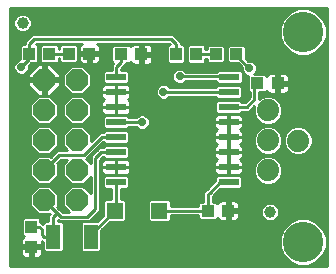
<source format=gtl>
G75*
%MOIN*%
%OFA0B0*%
%FSLAX25Y25*%
%IPPOS*%
%LPD*%
%AMOC8*
5,1,8,0,0,1.08239X$1,22.5*
%
%ADD10OC8,0.07400*%
%ADD11R,0.06657X0.02252*%
%ADD12R,0.05512X0.05512*%
%ADD13R,0.04331X0.03937*%
%ADD14R,0.03937X0.04331*%
%ADD15R,0.04724X0.07874*%
%ADD16R,0.03937X0.03937*%
%ADD17C,0.07400*%
%ADD18C,0.03937*%
%ADD19C,0.01000*%
%ADD20C,0.00900*%
%ADD21C,0.02900*%
%ADD22C,0.13500*%
D10*
X0090178Y0133901D03*
X0101178Y0133901D03*
X0101178Y0143901D03*
X0090178Y0143901D03*
X0090178Y0153901D03*
X0101178Y0153901D03*
X0101178Y0163901D03*
X0090178Y0163901D03*
X0090178Y0173901D03*
X0101178Y0173901D03*
D11*
X0114157Y0174901D03*
X0114157Y0169901D03*
X0114157Y0164901D03*
X0114157Y0159901D03*
X0114157Y0154901D03*
X0114157Y0149901D03*
X0114157Y0144901D03*
X0114157Y0139901D03*
X0151720Y0139901D03*
X0151720Y0144901D03*
X0151720Y0149901D03*
X0151720Y0154901D03*
X0151720Y0159901D03*
X0151720Y0164901D03*
X0151720Y0169901D03*
X0151917Y0174901D03*
D12*
X0128659Y0130346D03*
X0113698Y0130346D03*
D13*
X0144869Y0130317D03*
X0151562Y0130317D03*
X0161314Y0172803D03*
X0168007Y0172803D03*
X0122625Y0182525D03*
X0115932Y0182525D03*
D14*
X0134222Y0182533D03*
X0140915Y0182533D03*
X0091945Y0182665D03*
X0085252Y0182665D03*
X0085916Y0124950D03*
X0085916Y0118257D03*
D15*
X0093219Y0121701D03*
X0105818Y0121701D03*
D16*
X0105271Y0182665D03*
X0098366Y0182665D03*
X0147416Y0182533D03*
X0154321Y0182533D03*
D17*
X0164808Y0163753D03*
X0164808Y0153753D03*
X0174888Y0153693D03*
X0164808Y0143753D03*
D18*
X0165528Y0129873D03*
X0083028Y0192873D03*
D19*
X0078678Y0197903D02*
X0078678Y0111903D01*
X0184528Y0111903D01*
X0184528Y0197903D01*
X0078678Y0197903D01*
X0078678Y0197742D02*
X0174940Y0197742D01*
X0174967Y0197753D02*
X0172082Y0196558D01*
X0169874Y0194350D01*
X0168678Y0191465D01*
X0168678Y0188342D01*
X0169874Y0185457D01*
X0172082Y0183248D01*
X0174967Y0182053D01*
X0178090Y0182053D01*
X0180975Y0183248D01*
X0183183Y0185457D01*
X0184378Y0188342D01*
X0184378Y0191465D01*
X0183183Y0194350D01*
X0180975Y0196558D01*
X0178090Y0197753D01*
X0174967Y0197753D01*
X0172530Y0196744D02*
X0078678Y0196744D01*
X0078678Y0195745D02*
X0081944Y0195745D01*
X0082418Y0195942D02*
X0081290Y0195475D01*
X0080427Y0194611D01*
X0079960Y0193484D01*
X0079960Y0192263D01*
X0080427Y0191135D01*
X0081290Y0190272D01*
X0082418Y0189805D01*
X0083639Y0189805D01*
X0084767Y0190272D01*
X0085630Y0191135D01*
X0086097Y0192263D01*
X0086097Y0193484D01*
X0085630Y0194611D01*
X0084767Y0195475D01*
X0083639Y0195942D01*
X0082418Y0195942D01*
X0084113Y0195745D02*
X0171269Y0195745D01*
X0170270Y0194747D02*
X0085495Y0194747D01*
X0085987Y0193748D02*
X0169624Y0193748D01*
X0169211Y0192750D02*
X0086097Y0192750D01*
X0085885Y0191751D02*
X0168797Y0191751D01*
X0168678Y0190753D02*
X0085247Y0190753D01*
X0086246Y0189123D02*
X0084610Y0187487D01*
X0083702Y0186579D01*
X0083702Y0185931D01*
X0082828Y0185931D01*
X0082184Y0185286D01*
X0082184Y0180743D01*
X0082041Y0180743D01*
X0081104Y0180355D01*
X0080387Y0179638D01*
X0079998Y0178701D01*
X0079998Y0177686D01*
X0080387Y0176749D01*
X0081104Y0176032D01*
X0082041Y0175643D01*
X0083056Y0175643D01*
X0083993Y0176032D01*
X0084710Y0176749D01*
X0085098Y0177686D01*
X0085098Y0178551D01*
X0085947Y0179400D01*
X0087676Y0179400D01*
X0088320Y0180044D01*
X0088320Y0185286D01*
X0087676Y0185931D01*
X0087438Y0185931D01*
X0087530Y0186023D01*
X0102709Y0186023D01*
X0102382Y0185834D01*
X0102102Y0185555D01*
X0101905Y0185213D01*
X0101803Y0184831D01*
X0101803Y0183150D01*
X0104787Y0183150D01*
X0104787Y0182181D01*
X0105755Y0182181D01*
X0105755Y0179197D01*
X0107437Y0179197D01*
X0107819Y0179299D01*
X0108161Y0179497D01*
X0108440Y0179776D01*
X0108638Y0180118D01*
X0108740Y0180499D01*
X0108740Y0182181D01*
X0105756Y0182181D01*
X0105756Y0183150D01*
X0108740Y0183150D01*
X0108740Y0184831D01*
X0108638Y0185213D01*
X0108440Y0185555D01*
X0108161Y0185834D01*
X0107833Y0186023D01*
X0131886Y0186023D01*
X0132111Y0185799D01*
X0131798Y0185799D01*
X0131154Y0185154D01*
X0131154Y0179912D01*
X0131798Y0179268D01*
X0136646Y0179268D01*
X0137291Y0179912D01*
X0137291Y0185154D01*
X0136646Y0185799D01*
X0135772Y0185799D01*
X0135772Y0186522D01*
X0134078Y0188215D01*
X0133170Y0189123D01*
X0086246Y0189123D01*
X0085879Y0188756D02*
X0078678Y0188756D01*
X0078678Y0189754D02*
X0168678Y0189754D01*
X0168678Y0188756D02*
X0133538Y0188756D01*
X0134537Y0187757D02*
X0168921Y0187757D01*
X0169334Y0186759D02*
X0135535Y0186759D01*
X0136685Y0185760D02*
X0138452Y0185760D01*
X0138491Y0185799D02*
X0137846Y0185154D01*
X0137846Y0179912D01*
X0138491Y0179268D01*
X0143339Y0179268D01*
X0143983Y0179912D01*
X0143983Y0180983D01*
X0144347Y0180983D01*
X0144347Y0180109D01*
X0144992Y0179465D01*
X0149840Y0179465D01*
X0150484Y0180109D01*
X0150484Y0184957D01*
X0149840Y0185602D01*
X0144992Y0185602D01*
X0144347Y0184957D01*
X0144347Y0184083D01*
X0143983Y0184083D01*
X0143983Y0185154D01*
X0143339Y0185799D01*
X0138491Y0185799D01*
X0137846Y0184762D02*
X0137291Y0184762D01*
X0137291Y0183763D02*
X0137846Y0183763D01*
X0137846Y0182765D02*
X0137291Y0182765D01*
X0137291Y0181766D02*
X0137846Y0181766D01*
X0137846Y0180768D02*
X0137291Y0180768D01*
X0137147Y0179769D02*
X0137990Y0179769D01*
X0136843Y0177263D02*
X0135906Y0177651D01*
X0134891Y0177651D01*
X0133954Y0177263D01*
X0133237Y0176546D01*
X0132848Y0175609D01*
X0132848Y0174594D01*
X0133237Y0173657D01*
X0133954Y0172940D01*
X0134891Y0172551D01*
X0135906Y0172551D01*
X0136843Y0172940D01*
X0137455Y0173551D01*
X0147488Y0173551D01*
X0147488Y0173320D01*
X0148132Y0172675D01*
X0155701Y0172675D01*
X0156346Y0173320D01*
X0156346Y0176476D01*
X0156407Y0176329D01*
X0157124Y0175612D01*
X0158049Y0175228D01*
X0158049Y0175227D01*
X0158049Y0170379D01*
X0158693Y0169735D01*
X0158708Y0169735D01*
X0158708Y0168065D01*
X0157094Y0166451D01*
X0156149Y0166451D01*
X0156149Y0166483D01*
X0155504Y0167127D01*
X0147936Y0167127D01*
X0147291Y0166483D01*
X0147291Y0163320D01*
X0147936Y0162675D01*
X0155504Y0162675D01*
X0156149Y0163320D01*
X0156149Y0163351D01*
X0158378Y0163351D01*
X0160202Y0165175D01*
X0160008Y0164708D01*
X0160008Y0162799D01*
X0160739Y0161034D01*
X0162089Y0159684D01*
X0163854Y0158953D01*
X0165763Y0158953D01*
X0167527Y0159684D01*
X0168878Y0161034D01*
X0169608Y0162799D01*
X0169608Y0164708D01*
X0168878Y0166472D01*
X0167527Y0167823D01*
X0165763Y0168553D01*
X0163854Y0168553D01*
X0162089Y0167823D01*
X0161808Y0167542D01*
X0161808Y0169735D01*
X0163935Y0169735D01*
X0164448Y0170248D01*
X0164641Y0169914D01*
X0164921Y0169635D01*
X0165263Y0169437D01*
X0165644Y0169335D01*
X0167523Y0169335D01*
X0167523Y0172319D01*
X0168491Y0172319D01*
X0168491Y0169335D01*
X0170370Y0169335D01*
X0170751Y0169437D01*
X0171093Y0169635D01*
X0171373Y0169914D01*
X0171570Y0170256D01*
X0171672Y0170637D01*
X0171672Y0172319D01*
X0168491Y0172319D01*
X0168491Y0173288D01*
X0167523Y0173288D01*
X0167523Y0176272D01*
X0165644Y0176272D01*
X0165263Y0176170D01*
X0164921Y0175972D01*
X0164641Y0175693D01*
X0164448Y0175359D01*
X0163935Y0175872D01*
X0160273Y0175872D01*
X0160730Y0176329D01*
X0161118Y0177266D01*
X0161118Y0178281D01*
X0160730Y0179218D01*
X0160013Y0179935D01*
X0159076Y0180323D01*
X0158210Y0180323D01*
X0157390Y0181144D01*
X0157390Y0184957D01*
X0156745Y0185602D01*
X0151897Y0185602D01*
X0151253Y0184957D01*
X0151253Y0180109D01*
X0151897Y0179465D01*
X0154685Y0179465D01*
X0156018Y0178131D01*
X0156018Y0177266D01*
X0156341Y0176487D01*
X0155701Y0177127D01*
X0148132Y0177127D01*
X0147656Y0176651D01*
X0137455Y0176651D01*
X0136843Y0177263D01*
X0137332Y0176774D02*
X0147779Y0176774D01*
X0150144Y0179769D02*
X0151593Y0179769D01*
X0151253Y0180768D02*
X0150484Y0180768D01*
X0150484Y0181766D02*
X0151253Y0181766D01*
X0151253Y0182765D02*
X0150484Y0182765D01*
X0150484Y0183763D02*
X0151253Y0183763D01*
X0151253Y0184762D02*
X0150484Y0184762D01*
X0144347Y0184762D02*
X0143983Y0184762D01*
X0143378Y0185760D02*
X0169748Y0185760D01*
X0170569Y0184762D02*
X0157390Y0184762D01*
X0157390Y0183763D02*
X0171567Y0183763D01*
X0173250Y0182765D02*
X0157390Y0182765D01*
X0157390Y0181766D02*
X0184528Y0181766D01*
X0184528Y0180768D02*
X0157766Y0180768D01*
X0160179Y0179769D02*
X0184528Y0179769D01*
X0184528Y0178771D02*
X0160915Y0178771D01*
X0161118Y0177772D02*
X0184528Y0177772D01*
X0184528Y0176774D02*
X0160914Y0176774D01*
X0164032Y0175775D02*
X0164724Y0175775D01*
X0167523Y0175775D02*
X0168491Y0175775D01*
X0168491Y0176272D02*
X0168491Y0173288D01*
X0171672Y0173288D01*
X0171672Y0174969D01*
X0171570Y0175351D01*
X0171373Y0175693D01*
X0171093Y0175972D01*
X0170751Y0176170D01*
X0170370Y0176272D01*
X0168491Y0176272D01*
X0168491Y0174777D02*
X0167523Y0174777D01*
X0167523Y0173778D02*
X0168491Y0173778D01*
X0168491Y0172780D02*
X0184528Y0172780D01*
X0184528Y0173778D02*
X0171672Y0173778D01*
X0171672Y0174777D02*
X0184528Y0174777D01*
X0184528Y0175775D02*
X0171290Y0175775D01*
X0171672Y0171781D02*
X0184528Y0171781D01*
X0184528Y0170783D02*
X0171672Y0170783D01*
X0171243Y0169784D02*
X0184528Y0169784D01*
X0184528Y0168785D02*
X0161808Y0168785D01*
X0161808Y0167787D02*
X0162054Y0167787D01*
X0163984Y0169784D02*
X0164771Y0169784D01*
X0167523Y0169784D02*
X0168491Y0169784D01*
X0168491Y0170783D02*
X0167523Y0170783D01*
X0167523Y0171781D02*
X0168491Y0171781D01*
X0167563Y0167787D02*
X0184528Y0167787D01*
X0184528Y0166788D02*
X0168562Y0166788D01*
X0169160Y0165790D02*
X0184528Y0165790D01*
X0184528Y0164791D02*
X0169574Y0164791D01*
X0169608Y0163793D02*
X0184528Y0163793D01*
X0184528Y0162794D02*
X0169607Y0162794D01*
X0169193Y0161796D02*
X0184528Y0161796D01*
X0184528Y0160797D02*
X0168641Y0160797D01*
X0167642Y0159799D02*
X0184528Y0159799D01*
X0184528Y0158800D02*
X0156549Y0158800D01*
X0156549Y0158578D02*
X0156549Y0159838D01*
X0151783Y0159838D01*
X0151783Y0157275D01*
X0151783Y0154964D01*
X0156549Y0154964D01*
X0156549Y0156225D01*
X0156446Y0156606D01*
X0156249Y0156948D01*
X0155970Y0157228D01*
X0155669Y0157401D01*
X0155970Y0157575D01*
X0156249Y0157854D01*
X0156446Y0158196D01*
X0156549Y0158578D01*
X0156197Y0157802D02*
X0162069Y0157802D01*
X0162089Y0157823D02*
X0160739Y0156472D01*
X0160008Y0154708D01*
X0160008Y0152799D01*
X0160739Y0151034D01*
X0162089Y0149684D01*
X0163854Y0148953D01*
X0165763Y0148953D01*
X0167527Y0149684D01*
X0168878Y0151034D01*
X0169608Y0152799D01*
X0169608Y0154708D01*
X0168878Y0156472D01*
X0167527Y0157823D01*
X0165763Y0158553D01*
X0163854Y0158553D01*
X0162089Y0157823D01*
X0161070Y0156803D02*
X0156333Y0156803D01*
X0156549Y0155805D02*
X0160463Y0155805D01*
X0160049Y0154806D02*
X0156549Y0154806D01*
X0156549Y0154838D02*
X0151783Y0154838D01*
X0151783Y0152275D01*
X0151783Y0149964D01*
X0156549Y0149964D01*
X0156549Y0151225D01*
X0156446Y0151606D01*
X0156249Y0151948D01*
X0155970Y0152228D01*
X0155669Y0152401D01*
X0155970Y0152575D01*
X0156249Y0152854D01*
X0156446Y0153196D01*
X0156549Y0153578D01*
X0156549Y0154838D01*
X0156549Y0153808D02*
X0160008Y0153808D01*
X0160008Y0152809D02*
X0156204Y0152809D01*
X0156328Y0151811D02*
X0160418Y0151811D01*
X0160961Y0150812D02*
X0156549Y0150812D01*
X0156549Y0149838D02*
X0151783Y0149838D01*
X0151783Y0147275D01*
X0151783Y0144964D01*
X0156549Y0144964D01*
X0156549Y0146225D01*
X0156446Y0146606D01*
X0156249Y0146948D01*
X0155970Y0147228D01*
X0155669Y0147401D01*
X0155970Y0147575D01*
X0156249Y0147854D01*
X0156446Y0148196D01*
X0156549Y0148578D01*
X0156549Y0149838D01*
X0156549Y0149814D02*
X0161960Y0149814D01*
X0162089Y0147823D02*
X0160739Y0146472D01*
X0160008Y0144708D01*
X0160008Y0142799D01*
X0160739Y0141034D01*
X0162089Y0139684D01*
X0163854Y0138953D01*
X0165763Y0138953D01*
X0167527Y0139684D01*
X0168878Y0141034D01*
X0169608Y0142799D01*
X0169608Y0144708D01*
X0168878Y0146472D01*
X0167527Y0147823D01*
X0165763Y0148553D01*
X0163854Y0148553D01*
X0162089Y0147823D01*
X0162084Y0147817D02*
X0156211Y0147817D01*
X0156324Y0146818D02*
X0161085Y0146818D01*
X0160469Y0145820D02*
X0156549Y0145820D01*
X0156549Y0144838D02*
X0151783Y0144838D01*
X0151783Y0142275D01*
X0155246Y0142275D01*
X0155628Y0142378D01*
X0155970Y0142575D01*
X0156249Y0142854D01*
X0156446Y0143196D01*
X0156549Y0143578D01*
X0156549Y0144838D01*
X0156549Y0144821D02*
X0160055Y0144821D01*
X0160008Y0143823D02*
X0156549Y0143823D01*
X0156219Y0142824D02*
X0160008Y0142824D01*
X0160411Y0141826D02*
X0155806Y0141826D01*
X0155504Y0142127D02*
X0147936Y0142127D01*
X0147291Y0141483D01*
X0147291Y0140408D01*
X0144766Y0137883D01*
X0144346Y0137463D01*
X0143319Y0136436D01*
X0143319Y0133386D01*
X0142248Y0133386D01*
X0141604Y0132741D01*
X0141604Y0131896D01*
X0132515Y0131896D01*
X0132515Y0133557D01*
X0131870Y0134201D01*
X0125447Y0134201D01*
X0124803Y0133557D01*
X0124803Y0127134D01*
X0125447Y0126490D01*
X0131870Y0126490D01*
X0132515Y0127134D01*
X0132515Y0128796D01*
X0141604Y0128796D01*
X0141604Y0127893D01*
X0142248Y0127249D01*
X0147490Y0127249D01*
X0148003Y0127762D01*
X0148196Y0127428D01*
X0148475Y0127148D01*
X0148817Y0126951D01*
X0149199Y0126849D01*
X0151078Y0126849D01*
X0151078Y0129833D01*
X0152046Y0129833D01*
X0152046Y0126849D01*
X0153925Y0126849D01*
X0154306Y0126951D01*
X0154648Y0127148D01*
X0154927Y0127428D01*
X0155125Y0127770D01*
X0155227Y0128151D01*
X0155227Y0129833D01*
X0152046Y0129833D01*
X0152046Y0130802D01*
X0151078Y0130802D01*
X0151078Y0133786D01*
X0149199Y0133786D01*
X0148817Y0133684D01*
X0148475Y0133486D01*
X0148196Y0133207D01*
X0148003Y0132872D01*
X0147490Y0133386D01*
X0146419Y0133386D01*
X0146419Y0135152D01*
X0146538Y0135271D01*
X0146958Y0135691D01*
X0148943Y0137675D01*
X0155504Y0137675D01*
X0156149Y0138320D01*
X0156149Y0141483D01*
X0155504Y0142127D01*
X0156149Y0140827D02*
X0160946Y0140827D01*
X0161945Y0139829D02*
X0156149Y0139829D01*
X0156149Y0138830D02*
X0184528Y0138830D01*
X0184528Y0137832D02*
X0155661Y0137832D01*
X0151657Y0142275D02*
X0151657Y0144838D01*
X0151783Y0144838D01*
X0151783Y0144964D01*
X0151657Y0144964D01*
X0151657Y0144838D01*
X0146891Y0144838D01*
X0146891Y0143578D01*
X0146993Y0143196D01*
X0147191Y0142854D01*
X0147470Y0142575D01*
X0147812Y0142378D01*
X0148194Y0142275D01*
X0151657Y0142275D01*
X0151657Y0142824D02*
X0151783Y0142824D01*
X0151783Y0143823D02*
X0151657Y0143823D01*
X0151657Y0144821D02*
X0151783Y0144821D01*
X0151657Y0144964D02*
X0146891Y0144964D01*
X0146891Y0146225D01*
X0146993Y0146606D01*
X0147191Y0146948D01*
X0147470Y0147228D01*
X0147771Y0147401D01*
X0147470Y0147575D01*
X0147191Y0147854D01*
X0146993Y0148196D01*
X0146891Y0148578D01*
X0146891Y0149838D01*
X0151657Y0149838D01*
X0151783Y0149838D01*
X0151783Y0149964D01*
X0151657Y0149964D01*
X0151657Y0149838D01*
X0151657Y0144964D01*
X0151657Y0145820D02*
X0151783Y0145820D01*
X0151783Y0146818D02*
X0151657Y0146818D01*
X0151657Y0147817D02*
X0151783Y0147817D01*
X0151783Y0148815D02*
X0151657Y0148815D01*
X0151657Y0149814D02*
X0151783Y0149814D01*
X0151657Y0149964D02*
X0146891Y0149964D01*
X0146891Y0151225D01*
X0146993Y0151606D01*
X0147191Y0151948D01*
X0147470Y0152228D01*
X0147771Y0152401D01*
X0147470Y0152575D01*
X0147191Y0152854D01*
X0146993Y0153196D01*
X0146891Y0153578D01*
X0146891Y0154838D01*
X0151657Y0154838D01*
X0151783Y0154838D01*
X0151783Y0154964D01*
X0151657Y0154964D01*
X0151657Y0154838D01*
X0151657Y0149964D01*
X0151657Y0150812D02*
X0151783Y0150812D01*
X0151783Y0151811D02*
X0151657Y0151811D01*
X0151657Y0152809D02*
X0151783Y0152809D01*
X0151783Y0153808D02*
X0151657Y0153808D01*
X0151657Y0154806D02*
X0151783Y0154806D01*
X0151657Y0154964D02*
X0146891Y0154964D01*
X0146891Y0156225D01*
X0146993Y0156606D01*
X0147191Y0156948D01*
X0147470Y0157228D01*
X0147771Y0157401D01*
X0147470Y0157575D01*
X0147191Y0157854D01*
X0146993Y0158196D01*
X0146891Y0158578D01*
X0146891Y0159838D01*
X0151657Y0159838D01*
X0151783Y0159838D01*
X0151783Y0159964D01*
X0156549Y0159964D01*
X0156549Y0161225D01*
X0156446Y0161606D01*
X0156249Y0161948D01*
X0155970Y0162228D01*
X0155628Y0162425D01*
X0155246Y0162527D01*
X0151783Y0162527D01*
X0151783Y0159964D01*
X0151657Y0159964D01*
X0151657Y0159838D01*
X0151657Y0154964D01*
X0151657Y0155805D02*
X0151783Y0155805D01*
X0151783Y0156803D02*
X0151657Y0156803D01*
X0151657Y0157802D02*
X0151783Y0157802D01*
X0151783Y0158800D02*
X0151657Y0158800D01*
X0151657Y0159799D02*
X0151783Y0159799D01*
X0151657Y0159964D02*
X0146891Y0159964D01*
X0146891Y0161225D01*
X0146993Y0161606D01*
X0147191Y0161948D01*
X0147470Y0162228D01*
X0147812Y0162425D01*
X0148194Y0162527D01*
X0151657Y0162527D01*
X0151657Y0159964D01*
X0151657Y0160797D02*
X0151783Y0160797D01*
X0151783Y0161796D02*
X0151657Y0161796D01*
X0147816Y0162794D02*
X0118626Y0162794D01*
X0118686Y0162854D02*
X0118883Y0163196D01*
X0118986Y0163578D01*
X0118986Y0164838D01*
X0114220Y0164838D01*
X0114220Y0162275D01*
X0117683Y0162275D01*
X0118065Y0162378D01*
X0118407Y0162575D01*
X0118686Y0162854D01*
X0118986Y0163793D02*
X0147291Y0163793D01*
X0147291Y0164791D02*
X0118986Y0164791D01*
X0118986Y0164964D02*
X0118986Y0166225D01*
X0118883Y0166606D01*
X0118686Y0166948D01*
X0118407Y0167228D01*
X0118106Y0167401D01*
X0118407Y0167575D01*
X0118686Y0167854D01*
X0118883Y0168196D01*
X0118986Y0168578D01*
X0118986Y0169838D01*
X0114220Y0169838D01*
X0114220Y0164964D01*
X0118986Y0164964D01*
X0118986Y0165790D02*
X0147291Y0165790D01*
X0147597Y0166788D02*
X0118778Y0166788D01*
X0118619Y0167787D02*
X0128407Y0167787D01*
X0128454Y0167740D02*
X0129391Y0167351D01*
X0130406Y0167351D01*
X0131343Y0167740D01*
X0131955Y0168351D01*
X0147291Y0168351D01*
X0147291Y0168320D01*
X0147936Y0167675D01*
X0155504Y0167675D01*
X0156149Y0168320D01*
X0156149Y0171483D01*
X0155504Y0172127D01*
X0147936Y0172127D01*
X0147291Y0171483D01*
X0147291Y0171451D01*
X0131955Y0171451D01*
X0131343Y0172063D01*
X0130406Y0172451D01*
X0129391Y0172451D01*
X0128454Y0172063D01*
X0127737Y0171346D01*
X0127348Y0170409D01*
X0127348Y0169394D01*
X0127737Y0168457D01*
X0128454Y0167740D01*
X0127601Y0168785D02*
X0118986Y0168785D01*
X0118986Y0169784D02*
X0127348Y0169784D01*
X0127503Y0170783D02*
X0118986Y0170783D01*
X0118986Y0171225D02*
X0118883Y0171606D01*
X0118686Y0171948D01*
X0118407Y0172228D01*
X0118065Y0172425D01*
X0117683Y0172527D01*
X0114220Y0172527D01*
X0114220Y0169964D01*
X0118986Y0169964D01*
X0118986Y0171225D01*
X0118783Y0171781D02*
X0128172Y0171781D01*
X0131625Y0171781D02*
X0147589Y0171781D01*
X0148028Y0172780D02*
X0136457Y0172780D01*
X0134340Y0172780D02*
X0118046Y0172780D01*
X0117941Y0172675D02*
X0118586Y0173320D01*
X0118586Y0176483D01*
X0117941Y0177127D01*
X0115782Y0177127D01*
X0115782Y0177535D01*
X0116574Y0178327D01*
X0117482Y0179235D01*
X0117482Y0179457D01*
X0118553Y0179457D01*
X0119066Y0179970D01*
X0119259Y0179636D01*
X0119539Y0179357D01*
X0119881Y0179159D01*
X0120262Y0179057D01*
X0122141Y0179057D01*
X0122141Y0182041D01*
X0123109Y0182041D01*
X0123109Y0179057D01*
X0124988Y0179057D01*
X0125369Y0179159D01*
X0125711Y0179357D01*
X0125991Y0179636D01*
X0126188Y0179978D01*
X0126290Y0180359D01*
X0126290Y0182041D01*
X0123109Y0182041D01*
X0123109Y0183010D01*
X0122141Y0183010D01*
X0122141Y0185994D01*
X0120262Y0185994D01*
X0119881Y0185892D01*
X0119539Y0185694D01*
X0119259Y0185415D01*
X0119066Y0185081D01*
X0118553Y0185594D01*
X0113311Y0185594D01*
X0112667Y0184949D01*
X0112667Y0180101D01*
X0113311Y0179457D01*
X0113320Y0179457D01*
X0112682Y0178819D01*
X0112682Y0177127D01*
X0110373Y0177127D01*
X0109728Y0176483D01*
X0109728Y0173320D01*
X0110373Y0172675D01*
X0117941Y0172675D01*
X0118586Y0173778D02*
X0133186Y0173778D01*
X0132848Y0174777D02*
X0118586Y0174777D01*
X0118586Y0175775D02*
X0132917Y0175775D01*
X0133465Y0176774D02*
X0118295Y0176774D01*
X0117018Y0178771D02*
X0155379Y0178771D01*
X0156018Y0177772D02*
X0116019Y0177772D01*
X0112682Y0177772D02*
X0104096Y0177772D01*
X0103167Y0178701D02*
X0099190Y0178701D01*
X0096378Y0175890D01*
X0096378Y0171913D01*
X0099190Y0169101D01*
X0103167Y0169101D01*
X0105978Y0171913D01*
X0105978Y0175890D01*
X0103167Y0178701D01*
X0103105Y0179197D02*
X0104787Y0179197D01*
X0104787Y0182181D01*
X0101803Y0182181D01*
X0101803Y0180499D01*
X0101905Y0180118D01*
X0102102Y0179776D01*
X0102382Y0179497D01*
X0102724Y0179299D01*
X0103105Y0179197D01*
X0102109Y0179769D02*
X0100962Y0179769D01*
X0100790Y0179597D02*
X0101434Y0180241D01*
X0101434Y0185089D01*
X0100790Y0185734D01*
X0095942Y0185734D01*
X0095297Y0185089D01*
X0095297Y0184215D01*
X0095013Y0184215D01*
X0095013Y0185286D01*
X0094369Y0185931D01*
X0089521Y0185931D01*
X0088876Y0185286D01*
X0088876Y0180044D01*
X0089521Y0179400D01*
X0094369Y0179400D01*
X0095013Y0180044D01*
X0095013Y0181115D01*
X0095297Y0181115D01*
X0095297Y0180241D01*
X0095942Y0179597D01*
X0100790Y0179597D01*
X0101434Y0180768D02*
X0101803Y0180768D01*
X0101803Y0181766D02*
X0101434Y0181766D01*
X0101434Y0182765D02*
X0104787Y0182765D01*
X0105756Y0182765D02*
X0112667Y0182765D01*
X0112667Y0183763D02*
X0108740Y0183763D01*
X0108740Y0184762D02*
X0112667Y0184762D01*
X0112667Y0181766D02*
X0108740Y0181766D01*
X0108740Y0180768D02*
X0112667Y0180768D01*
X0112999Y0179769D02*
X0108433Y0179769D01*
X0105755Y0179769D02*
X0104787Y0179769D01*
X0104787Y0180768D02*
X0105755Y0180768D01*
X0105755Y0181766D02*
X0104787Y0181766D01*
X0101803Y0183763D02*
X0101434Y0183763D01*
X0101434Y0184762D02*
X0101803Y0184762D01*
X0102308Y0185760D02*
X0094540Y0185760D01*
X0095013Y0184762D02*
X0095297Y0184762D01*
X0095297Y0180768D02*
X0095013Y0180768D01*
X0094738Y0179769D02*
X0095769Y0179769D01*
X0093662Y0177772D02*
X0098261Y0177772D01*
X0097263Y0176774D02*
X0094660Y0176774D01*
X0095378Y0176055D02*
X0092332Y0179101D01*
X0090678Y0179101D01*
X0090678Y0174401D01*
X0089678Y0174401D01*
X0089678Y0173401D01*
X0084978Y0173401D01*
X0084978Y0171747D01*
X0088025Y0168701D01*
X0089678Y0168701D01*
X0089678Y0173401D01*
X0090678Y0173401D01*
X0090678Y0168701D01*
X0092332Y0168701D01*
X0095378Y0171747D01*
X0095378Y0173401D01*
X0090679Y0173401D01*
X0090679Y0174401D01*
X0095378Y0174401D01*
X0095378Y0176055D01*
X0095378Y0175775D02*
X0096378Y0175775D01*
X0096378Y0174777D02*
X0095378Y0174777D01*
X0096378Y0173778D02*
X0090679Y0173778D01*
X0090678Y0172780D02*
X0089678Y0172780D01*
X0089678Y0173778D02*
X0078678Y0173778D01*
X0078678Y0172780D02*
X0084978Y0172780D01*
X0084978Y0171781D02*
X0078678Y0171781D01*
X0078678Y0170783D02*
X0085943Y0170783D01*
X0086942Y0169784D02*
X0078678Y0169784D01*
X0078678Y0168785D02*
X0087940Y0168785D01*
X0088190Y0168701D02*
X0085378Y0165890D01*
X0085378Y0161913D01*
X0088190Y0159101D01*
X0092167Y0159101D01*
X0094978Y0161913D01*
X0094978Y0165890D01*
X0092167Y0168701D01*
X0088190Y0168701D01*
X0087276Y0167787D02*
X0078678Y0167787D01*
X0078678Y0166788D02*
X0086277Y0166788D01*
X0085378Y0165790D02*
X0078678Y0165790D01*
X0078678Y0164791D02*
X0085378Y0164791D01*
X0085378Y0163793D02*
X0078678Y0163793D01*
X0078678Y0162794D02*
X0085378Y0162794D01*
X0085496Y0161796D02*
X0078678Y0161796D01*
X0078678Y0160797D02*
X0086494Y0160797D01*
X0087493Y0159799D02*
X0078678Y0159799D01*
X0078678Y0158800D02*
X0109728Y0158800D01*
X0109728Y0158320D02*
X0110373Y0157675D01*
X0117941Y0157675D01*
X0118569Y0158303D01*
X0120812Y0158303D01*
X0121424Y0157692D01*
X0122361Y0157303D01*
X0123376Y0157303D01*
X0124313Y0157692D01*
X0125030Y0158409D01*
X0125418Y0159346D01*
X0125418Y0160361D01*
X0125030Y0161298D01*
X0124313Y0162015D01*
X0123376Y0162403D01*
X0122361Y0162403D01*
X0121424Y0162015D01*
X0120812Y0161403D01*
X0118586Y0161403D01*
X0118586Y0161483D01*
X0117941Y0162127D01*
X0110373Y0162127D01*
X0109728Y0161483D01*
X0109728Y0158320D01*
X0110246Y0157802D02*
X0104066Y0157802D01*
X0103167Y0158701D02*
X0099190Y0158701D01*
X0096378Y0155890D01*
X0096378Y0151913D01*
X0097840Y0150451D01*
X0094536Y0150451D01*
X0092477Y0148391D01*
X0092167Y0148701D01*
X0088190Y0148701D01*
X0085378Y0145890D01*
X0085378Y0141913D01*
X0088190Y0139101D01*
X0092167Y0139101D01*
X0094978Y0141913D01*
X0094978Y0145890D01*
X0094669Y0146199D01*
X0095820Y0147351D01*
X0097840Y0147351D01*
X0096378Y0145890D01*
X0096378Y0141913D01*
X0099190Y0139101D01*
X0103167Y0139101D01*
X0105760Y0141694D01*
X0105770Y0136098D01*
X0103167Y0138701D01*
X0099190Y0138701D01*
X0096378Y0135890D01*
X0096378Y0131913D01*
X0098388Y0129903D01*
X0096368Y0129903D01*
X0096147Y0130124D01*
X0095239Y0131032D01*
X0094669Y0131603D01*
X0094978Y0131913D01*
X0094978Y0135890D01*
X0092167Y0138701D01*
X0088190Y0138701D01*
X0085378Y0135890D01*
X0085378Y0131913D01*
X0088190Y0129101D01*
X0092024Y0129101D01*
X0091669Y0128746D01*
X0091669Y0126738D01*
X0090401Y0126738D01*
X0089757Y0126094D01*
X0089757Y0125937D01*
X0089194Y0126500D01*
X0088985Y0126500D01*
X0088985Y0127571D01*
X0088341Y0128215D01*
X0083492Y0128215D01*
X0082848Y0127571D01*
X0082848Y0122329D01*
X0083361Y0121816D01*
X0083027Y0121623D01*
X0082748Y0121343D01*
X0082550Y0121001D01*
X0082448Y0120620D01*
X0082448Y0118741D01*
X0085432Y0118741D01*
X0085432Y0117773D01*
X0082448Y0117773D01*
X0082448Y0115894D01*
X0082550Y0115513D01*
X0082748Y0115171D01*
X0083027Y0114891D01*
X0083369Y0114694D01*
X0083750Y0114592D01*
X0085432Y0114592D01*
X0085432Y0117773D01*
X0086401Y0117773D01*
X0086401Y0118741D01*
X0089385Y0118741D01*
X0089385Y0120225D01*
X0089586Y0120023D01*
X0089757Y0120023D01*
X0089757Y0117309D01*
X0090401Y0116664D01*
X0096037Y0116664D01*
X0096681Y0117309D01*
X0096681Y0126094D01*
X0096037Y0126738D01*
X0094769Y0126738D01*
X0094769Y0127119D01*
X0095084Y0126803D01*
X0105310Y0126803D01*
X0106218Y0127711D01*
X0108878Y0130371D01*
X0108878Y0130513D01*
X0108880Y0130514D01*
X0108878Y0131153D01*
X0108878Y0131795D01*
X0108877Y0131796D01*
X0108850Y0147260D01*
X0109819Y0148229D01*
X0110373Y0147675D01*
X0117941Y0147675D01*
X0118586Y0148320D01*
X0118586Y0151483D01*
X0117941Y0152127D01*
X0110373Y0152127D01*
X0109728Y0151483D01*
X0109728Y0151451D01*
X0108656Y0151451D01*
X0107748Y0150543D01*
X0106655Y0149450D01*
X0106654Y0149450D01*
X0106202Y0148997D01*
X0105748Y0148543D01*
X0105748Y0148542D01*
X0105747Y0148541D01*
X0105748Y0147902D01*
X0105748Y0147259D01*
X0105750Y0147258D01*
X0105752Y0146116D01*
X0104299Y0147569D01*
X0104988Y0148259D01*
X0109889Y0153159D01*
X0110373Y0152675D01*
X0117941Y0152675D01*
X0118586Y0153320D01*
X0118586Y0156483D01*
X0117941Y0157127D01*
X0110373Y0157127D01*
X0109728Y0156483D01*
X0109728Y0156451D01*
X0108796Y0156451D01*
X0105978Y0153633D01*
X0105978Y0155890D01*
X0103167Y0158701D01*
X0103167Y0159101D02*
X0105978Y0161913D01*
X0105978Y0165890D01*
X0103167Y0168701D01*
X0099190Y0168701D01*
X0096378Y0165890D01*
X0096378Y0161913D01*
X0099190Y0159101D01*
X0103167Y0159101D01*
X0103864Y0159799D02*
X0109728Y0159799D01*
X0109728Y0160797D02*
X0104863Y0160797D01*
X0105861Y0161796D02*
X0110041Y0161796D01*
X0110249Y0162378D02*
X0110631Y0162275D01*
X0114094Y0162275D01*
X0114094Y0164838D01*
X0114220Y0164838D01*
X0114220Y0164964D01*
X0114094Y0164964D01*
X0114094Y0164838D01*
X0109328Y0164838D01*
X0109328Y0163578D01*
X0109430Y0163196D01*
X0109628Y0162854D01*
X0109907Y0162575D01*
X0110249Y0162378D01*
X0109688Y0162794D02*
X0105978Y0162794D01*
X0105978Y0163793D02*
X0109328Y0163793D01*
X0109328Y0164791D02*
X0105978Y0164791D01*
X0105978Y0165790D02*
X0109328Y0165790D01*
X0109328Y0166225D02*
X0109328Y0164964D01*
X0114094Y0164964D01*
X0114094Y0167527D01*
X0114094Y0169838D01*
X0114220Y0169838D01*
X0114220Y0169964D01*
X0114094Y0169964D01*
X0114094Y0169838D01*
X0109328Y0169838D01*
X0109328Y0168578D01*
X0109430Y0168196D01*
X0109628Y0167854D01*
X0109907Y0167575D01*
X0110208Y0167401D01*
X0109907Y0167228D01*
X0109628Y0166948D01*
X0109430Y0166606D01*
X0109328Y0166225D01*
X0109536Y0166788D02*
X0105080Y0166788D01*
X0104081Y0167787D02*
X0109695Y0167787D01*
X0109328Y0168785D02*
X0092417Y0168785D01*
X0093081Y0167787D02*
X0098276Y0167787D01*
X0097277Y0166788D02*
X0094080Y0166788D01*
X0094978Y0165790D02*
X0096378Y0165790D01*
X0096378Y0164791D02*
X0094978Y0164791D01*
X0094978Y0163793D02*
X0096378Y0163793D01*
X0096378Y0162794D02*
X0094978Y0162794D01*
X0094861Y0161796D02*
X0096496Y0161796D01*
X0097494Y0160797D02*
X0093863Y0160797D01*
X0092864Y0159799D02*
X0098493Y0159799D01*
X0098291Y0157802D02*
X0093066Y0157802D01*
X0092167Y0158701D02*
X0088190Y0158701D01*
X0085378Y0155890D01*
X0085378Y0151913D01*
X0088190Y0149101D01*
X0092167Y0149101D01*
X0094978Y0151913D01*
X0094978Y0155890D01*
X0092167Y0158701D01*
X0094065Y0156803D02*
X0097292Y0156803D01*
X0096378Y0155805D02*
X0094978Y0155805D01*
X0094978Y0154806D02*
X0096378Y0154806D01*
X0096378Y0153808D02*
X0094978Y0153808D01*
X0094978Y0152809D02*
X0096378Y0152809D01*
X0096481Y0151811D02*
X0094876Y0151811D01*
X0093878Y0150812D02*
X0097479Y0150812D01*
X0093899Y0149814D02*
X0092879Y0149814D01*
X0092900Y0148815D02*
X0078678Y0148815D01*
X0078678Y0147817D02*
X0087306Y0147817D01*
X0086307Y0146818D02*
X0078678Y0146818D01*
X0078678Y0145820D02*
X0085378Y0145820D01*
X0085378Y0144821D02*
X0078678Y0144821D01*
X0078678Y0143823D02*
X0085378Y0143823D01*
X0085378Y0142824D02*
X0078678Y0142824D01*
X0078678Y0141826D02*
X0085466Y0141826D01*
X0086464Y0140827D02*
X0078678Y0140827D01*
X0078678Y0139829D02*
X0087463Y0139829D01*
X0087321Y0137832D02*
X0078678Y0137832D01*
X0078678Y0138830D02*
X0105765Y0138830D01*
X0105766Y0137832D02*
X0104036Y0137832D01*
X0105035Y0136833D02*
X0105768Y0136833D01*
X0105763Y0139829D02*
X0103894Y0139829D01*
X0104893Y0140827D02*
X0105761Y0140827D01*
X0108861Y0140827D02*
X0109728Y0140827D01*
X0109728Y0141483D02*
X0109728Y0138320D01*
X0110373Y0137675D01*
X0112607Y0137675D01*
X0112607Y0134201D01*
X0110487Y0134201D01*
X0109842Y0133557D01*
X0109842Y0128682D01*
X0107899Y0126738D01*
X0103000Y0126738D01*
X0102355Y0126094D01*
X0102355Y0117309D01*
X0103000Y0116664D01*
X0108636Y0116664D01*
X0109280Y0117309D01*
X0109280Y0123735D01*
X0112034Y0126490D01*
X0116910Y0126490D01*
X0117554Y0127134D01*
X0117554Y0133557D01*
X0116910Y0134201D01*
X0115707Y0134201D01*
X0115707Y0137675D01*
X0117941Y0137675D01*
X0118586Y0138320D01*
X0118586Y0141483D01*
X0117941Y0142127D01*
X0110373Y0142127D01*
X0109728Y0141483D01*
X0110071Y0141826D02*
X0108859Y0141826D01*
X0108858Y0142824D02*
X0109658Y0142824D01*
X0109628Y0142854D02*
X0109907Y0142575D01*
X0110249Y0142378D01*
X0110631Y0142275D01*
X0114094Y0142275D01*
X0114094Y0144838D01*
X0114220Y0144838D01*
X0114220Y0142275D01*
X0117683Y0142275D01*
X0118065Y0142378D01*
X0118407Y0142575D01*
X0118686Y0142854D01*
X0118883Y0143196D01*
X0118986Y0143578D01*
X0118986Y0144838D01*
X0114220Y0144838D01*
X0114220Y0144964D01*
X0118986Y0144964D01*
X0118986Y0146225D01*
X0118883Y0146606D01*
X0118686Y0146948D01*
X0118407Y0147228D01*
X0118065Y0147425D01*
X0117683Y0147527D01*
X0114220Y0147527D01*
X0114220Y0144964D01*
X0114094Y0144964D01*
X0114094Y0144838D01*
X0109328Y0144838D01*
X0109328Y0143578D01*
X0109430Y0143196D01*
X0109628Y0142854D01*
X0109328Y0143823D02*
X0108856Y0143823D01*
X0108854Y0144821D02*
X0109328Y0144821D01*
X0109328Y0144964D02*
X0114094Y0144964D01*
X0114094Y0147527D01*
X0110631Y0147527D01*
X0110249Y0147425D01*
X0109907Y0147228D01*
X0109628Y0146948D01*
X0109430Y0146606D01*
X0109328Y0146225D01*
X0109328Y0144964D01*
X0109328Y0145820D02*
X0108852Y0145820D01*
X0108850Y0146818D02*
X0109553Y0146818D01*
X0109406Y0147817D02*
X0110231Y0147817D01*
X0107748Y0150543D02*
X0107748Y0150543D01*
X0107541Y0150812D02*
X0108017Y0150812D01*
X0108540Y0151811D02*
X0110056Y0151811D01*
X0110239Y0152809D02*
X0109538Y0152809D01*
X0107151Y0154806D02*
X0105978Y0154806D01*
X0105978Y0153808D02*
X0106153Y0153808D01*
X0105978Y0155805D02*
X0108150Y0155805D01*
X0110049Y0156803D02*
X0105065Y0156803D01*
X0118068Y0157802D02*
X0121314Y0157802D01*
X0124423Y0157802D02*
X0147243Y0157802D01*
X0147107Y0156803D02*
X0118265Y0156803D01*
X0118586Y0155805D02*
X0146891Y0155805D01*
X0146891Y0154806D02*
X0118586Y0154806D01*
X0118586Y0153808D02*
X0146891Y0153808D01*
X0147236Y0152809D02*
X0118075Y0152809D01*
X0118258Y0151811D02*
X0147112Y0151811D01*
X0146891Y0150812D02*
X0118586Y0150812D01*
X0118586Y0149814D02*
X0146891Y0149814D01*
X0146891Y0148815D02*
X0118586Y0148815D01*
X0118083Y0147817D02*
X0147228Y0147817D01*
X0147116Y0146818D02*
X0118761Y0146818D01*
X0118986Y0145820D02*
X0146891Y0145820D01*
X0146891Y0144821D02*
X0118986Y0144821D01*
X0118986Y0143823D02*
X0146891Y0143823D01*
X0147221Y0142824D02*
X0118656Y0142824D01*
X0118243Y0141826D02*
X0147634Y0141826D01*
X0147291Y0140827D02*
X0118586Y0140827D01*
X0118586Y0139829D02*
X0146712Y0139829D01*
X0145713Y0138830D02*
X0118586Y0138830D01*
X0118098Y0137832D02*
X0144715Y0137832D01*
X0143716Y0136833D02*
X0115707Y0136833D01*
X0115707Y0135835D02*
X0143319Y0135835D01*
X0143319Y0134836D02*
X0115707Y0134836D01*
X0117274Y0133838D02*
X0125083Y0133838D01*
X0124803Y0132839D02*
X0117554Y0132839D01*
X0117554Y0131841D02*
X0124803Y0131841D01*
X0124803Y0130842D02*
X0117554Y0130842D01*
X0117554Y0129844D02*
X0124803Y0129844D01*
X0124803Y0128845D02*
X0117554Y0128845D01*
X0117554Y0127847D02*
X0124803Y0127847D01*
X0125089Y0126848D02*
X0117268Y0126848D01*
X0111394Y0125850D02*
X0171373Y0125850D01*
X0172082Y0126558D02*
X0169874Y0124350D01*
X0168678Y0121465D01*
X0168678Y0118342D01*
X0169874Y0115457D01*
X0172082Y0113248D01*
X0174967Y0112053D01*
X0178090Y0112053D01*
X0180975Y0113248D01*
X0183183Y0115457D01*
X0184378Y0118342D01*
X0184378Y0121465D01*
X0183183Y0124350D01*
X0180975Y0126558D01*
X0178090Y0127753D01*
X0174967Y0127753D01*
X0172082Y0126558D01*
X0172781Y0126848D02*
X0166243Y0126848D01*
X0166139Y0126805D02*
X0167267Y0127272D01*
X0168130Y0128135D01*
X0168597Y0129263D01*
X0168597Y0130484D01*
X0168130Y0131611D01*
X0167267Y0132475D01*
X0166139Y0132942D01*
X0164918Y0132942D01*
X0163790Y0132475D01*
X0162927Y0131611D01*
X0162460Y0130484D01*
X0162460Y0129263D01*
X0162927Y0128135D01*
X0163790Y0127272D01*
X0164918Y0126805D01*
X0166139Y0126805D01*
X0164814Y0126848D02*
X0132229Y0126848D01*
X0132515Y0127847D02*
X0141650Y0127847D01*
X0151078Y0127847D02*
X0152046Y0127847D01*
X0152046Y0128845D02*
X0151078Y0128845D01*
X0152046Y0129844D02*
X0162460Y0129844D01*
X0162608Y0130842D02*
X0155227Y0130842D01*
X0155227Y0130802D02*
X0155227Y0132483D01*
X0155125Y0132865D01*
X0154927Y0133207D01*
X0154648Y0133486D01*
X0154306Y0133684D01*
X0153925Y0133786D01*
X0152046Y0133786D01*
X0152046Y0130802D01*
X0155227Y0130802D01*
X0155227Y0131841D02*
X0163156Y0131841D01*
X0164670Y0132839D02*
X0155132Y0132839D01*
X0152046Y0132839D02*
X0151078Y0132839D01*
X0151078Y0131841D02*
X0152046Y0131841D01*
X0152046Y0130842D02*
X0151078Y0130842D01*
X0155227Y0128845D02*
X0162633Y0128845D01*
X0163216Y0127847D02*
X0155145Y0127847D01*
X0167841Y0127847D02*
X0184528Y0127847D01*
X0184528Y0128845D02*
X0168424Y0128845D01*
X0168597Y0129844D02*
X0184528Y0129844D01*
X0184528Y0130842D02*
X0168449Y0130842D01*
X0167901Y0131841D02*
X0184528Y0131841D01*
X0184528Y0132839D02*
X0166387Y0132839D01*
X0167672Y0139829D02*
X0184528Y0139829D01*
X0184528Y0140827D02*
X0168671Y0140827D01*
X0169205Y0141826D02*
X0184528Y0141826D01*
X0184528Y0142824D02*
X0169608Y0142824D01*
X0169608Y0143823D02*
X0184528Y0143823D01*
X0184528Y0144821D02*
X0169562Y0144821D01*
X0169148Y0145820D02*
X0184528Y0145820D01*
X0184528Y0146818D02*
X0168532Y0146818D01*
X0167533Y0147817D02*
X0184528Y0147817D01*
X0184528Y0148815D02*
X0156549Y0148815D01*
X0167657Y0149814D02*
X0171980Y0149814D01*
X0172169Y0149624D02*
X0173934Y0148893D01*
X0175843Y0148893D01*
X0177607Y0149624D01*
X0178958Y0150974D01*
X0179688Y0152739D01*
X0179688Y0154648D01*
X0178958Y0156412D01*
X0177607Y0157763D01*
X0175843Y0158493D01*
X0173934Y0158493D01*
X0172169Y0157763D01*
X0170819Y0156412D01*
X0170088Y0154648D01*
X0170088Y0152739D01*
X0170819Y0150974D01*
X0172169Y0149624D01*
X0170981Y0150812D02*
X0168656Y0150812D01*
X0169199Y0151811D02*
X0170473Y0151811D01*
X0170088Y0152809D02*
X0169608Y0152809D01*
X0169608Y0153808D02*
X0170088Y0153808D01*
X0170154Y0154806D02*
X0169568Y0154806D01*
X0169154Y0155805D02*
X0170568Y0155805D01*
X0171210Y0156803D02*
X0168547Y0156803D01*
X0167548Y0157802D02*
X0172264Y0157802D01*
X0177513Y0157802D02*
X0184528Y0157802D01*
X0184528Y0156803D02*
X0178567Y0156803D01*
X0179209Y0155805D02*
X0184528Y0155805D01*
X0184528Y0154806D02*
X0179623Y0154806D01*
X0179688Y0153808D02*
X0184528Y0153808D01*
X0184528Y0152809D02*
X0179688Y0152809D01*
X0179304Y0151811D02*
X0184528Y0151811D01*
X0184528Y0150812D02*
X0178796Y0150812D01*
X0177797Y0149814D02*
X0184528Y0149814D01*
X0161975Y0159799D02*
X0156549Y0159799D01*
X0156549Y0160797D02*
X0160976Y0160797D01*
X0160424Y0161796D02*
X0156337Y0161796D01*
X0155623Y0162794D02*
X0160010Y0162794D01*
X0160008Y0163793D02*
X0158820Y0163793D01*
X0159819Y0164791D02*
X0160043Y0164791D01*
X0157432Y0166788D02*
X0155843Y0166788D01*
X0155616Y0167787D02*
X0158430Y0167787D01*
X0158708Y0168785D02*
X0156149Y0168785D01*
X0156149Y0169784D02*
X0158644Y0169784D01*
X0158049Y0170783D02*
X0156149Y0170783D01*
X0155851Y0171781D02*
X0158049Y0171781D01*
X0158049Y0172780D02*
X0155805Y0172780D01*
X0156346Y0173778D02*
X0158049Y0173778D01*
X0158049Y0174777D02*
X0156346Y0174777D01*
X0156346Y0175775D02*
X0156960Y0175775D01*
X0156222Y0176774D02*
X0156055Y0176774D01*
X0144687Y0179769D02*
X0143840Y0179769D01*
X0143983Y0180768D02*
X0144347Y0180768D01*
X0131297Y0179769D02*
X0126068Y0179769D01*
X0126290Y0180768D02*
X0131154Y0180768D01*
X0131154Y0181766D02*
X0126290Y0181766D01*
X0126290Y0183010D02*
X0126290Y0184691D01*
X0126188Y0185073D01*
X0125991Y0185415D01*
X0125711Y0185694D01*
X0125369Y0185892D01*
X0124988Y0185994D01*
X0123109Y0185994D01*
X0123109Y0183010D01*
X0126290Y0183010D01*
X0126290Y0183763D02*
X0131154Y0183763D01*
X0131154Y0182765D02*
X0123109Y0182765D01*
X0123109Y0183763D02*
X0122141Y0183763D01*
X0122141Y0184762D02*
X0123109Y0184762D01*
X0123109Y0185760D02*
X0122141Y0185760D01*
X0119653Y0185760D02*
X0108235Y0185760D01*
X0112682Y0178771D02*
X0092663Y0178771D01*
X0090678Y0178771D02*
X0089678Y0178771D01*
X0089678Y0179101D02*
X0088025Y0179101D01*
X0084978Y0176055D01*
X0084978Y0174401D01*
X0089678Y0174401D01*
X0089678Y0179101D01*
X0089152Y0179769D02*
X0088045Y0179769D01*
X0088320Y0180768D02*
X0088876Y0180768D01*
X0088876Y0181766D02*
X0088320Y0181766D01*
X0088320Y0182765D02*
X0088876Y0182765D01*
X0088876Y0183763D02*
X0088320Y0183763D01*
X0088320Y0184762D02*
X0088876Y0184762D01*
X0089350Y0185760D02*
X0087847Y0185760D01*
X0084880Y0187757D02*
X0078678Y0187757D01*
X0078678Y0186759D02*
X0083882Y0186759D01*
X0082657Y0185760D02*
X0078678Y0185760D01*
X0078678Y0184762D02*
X0082184Y0184762D01*
X0082184Y0183763D02*
X0078678Y0183763D01*
X0078678Y0182765D02*
X0082184Y0182765D01*
X0082184Y0181766D02*
X0078678Y0181766D01*
X0078678Y0180768D02*
X0082184Y0180768D01*
X0080518Y0179769D02*
X0078678Y0179769D01*
X0078678Y0178771D02*
X0080027Y0178771D01*
X0079998Y0177772D02*
X0078678Y0177772D01*
X0078678Y0176774D02*
X0080376Y0176774D01*
X0081723Y0175775D02*
X0078678Y0175775D01*
X0078678Y0174777D02*
X0084978Y0174777D01*
X0084978Y0175775D02*
X0083374Y0175775D01*
X0084720Y0176774D02*
X0085697Y0176774D01*
X0085098Y0177772D02*
X0086695Y0177772D01*
X0087694Y0178771D02*
X0085318Y0178771D01*
X0089678Y0177772D02*
X0090678Y0177772D01*
X0090678Y0176774D02*
X0089678Y0176774D01*
X0089678Y0175775D02*
X0090678Y0175775D01*
X0090678Y0174777D02*
X0089678Y0174777D01*
X0089678Y0171781D02*
X0090678Y0171781D01*
X0090678Y0170783D02*
X0089678Y0170783D01*
X0089678Y0169784D02*
X0090678Y0169784D01*
X0090678Y0168785D02*
X0089678Y0168785D01*
X0093415Y0169784D02*
X0098508Y0169784D01*
X0097509Y0170783D02*
X0094414Y0170783D01*
X0095378Y0171781D02*
X0096511Y0171781D01*
X0096378Y0172780D02*
X0095378Y0172780D01*
X0103849Y0169784D02*
X0109328Y0169784D01*
X0109328Y0169964D02*
X0114094Y0169964D01*
X0114094Y0172527D01*
X0110631Y0172527D01*
X0110249Y0172425D01*
X0109907Y0172228D01*
X0109628Y0171948D01*
X0109430Y0171606D01*
X0109328Y0171225D01*
X0109328Y0169964D01*
X0109328Y0170783D02*
X0104848Y0170783D01*
X0105846Y0171781D02*
X0109531Y0171781D01*
X0110268Y0172780D02*
X0105978Y0172780D01*
X0105978Y0173778D02*
X0109728Y0173778D01*
X0109728Y0174777D02*
X0105978Y0174777D01*
X0105978Y0175775D02*
X0109728Y0175775D01*
X0110019Y0176774D02*
X0105094Y0176774D01*
X0118865Y0179769D02*
X0119182Y0179769D01*
X0122141Y0179769D02*
X0123109Y0179769D01*
X0123109Y0180768D02*
X0122141Y0180768D01*
X0122141Y0181766D02*
X0123109Y0181766D01*
X0126271Y0184762D02*
X0131154Y0184762D01*
X0131759Y0185760D02*
X0125597Y0185760D01*
X0114220Y0171781D02*
X0114094Y0171781D01*
X0114094Y0170783D02*
X0114220Y0170783D01*
X0114220Y0169784D02*
X0114094Y0169784D01*
X0114094Y0168785D02*
X0114220Y0168785D01*
X0114220Y0167787D02*
X0114094Y0167787D01*
X0114094Y0166788D02*
X0114220Y0166788D01*
X0114220Y0165790D02*
X0114094Y0165790D01*
X0114094Y0164791D02*
X0114220Y0164791D01*
X0114220Y0163793D02*
X0114094Y0163793D01*
X0114094Y0162794D02*
X0114220Y0162794D01*
X0118273Y0161796D02*
X0121205Y0161796D01*
X0124532Y0161796D02*
X0147103Y0161796D01*
X0146891Y0160797D02*
X0125238Y0160797D01*
X0125418Y0159799D02*
X0146891Y0159799D01*
X0146891Y0158800D02*
X0125192Y0158800D01*
X0131390Y0167787D02*
X0147824Y0167787D01*
X0179807Y0182765D02*
X0184528Y0182765D01*
X0184528Y0183763D02*
X0181490Y0183763D01*
X0182488Y0184762D02*
X0184528Y0184762D01*
X0184528Y0185760D02*
X0183309Y0185760D01*
X0183723Y0186759D02*
X0184528Y0186759D01*
X0184528Y0187757D02*
X0184136Y0187757D01*
X0184378Y0188756D02*
X0184528Y0188756D01*
X0184528Y0189754D02*
X0184378Y0189754D01*
X0184378Y0190753D02*
X0184528Y0190753D01*
X0184528Y0191751D02*
X0184260Y0191751D01*
X0184528Y0192750D02*
X0183846Y0192750D01*
X0183433Y0193748D02*
X0184528Y0193748D01*
X0184528Y0194747D02*
X0182787Y0194747D01*
X0181788Y0195745D02*
X0184528Y0195745D01*
X0184528Y0196744D02*
X0180527Y0196744D01*
X0178116Y0197742D02*
X0184528Y0197742D01*
X0080810Y0190753D02*
X0078678Y0190753D01*
X0078678Y0191751D02*
X0080172Y0191751D01*
X0079960Y0192750D02*
X0078678Y0192750D01*
X0078678Y0193748D02*
X0080070Y0193748D01*
X0080562Y0194747D02*
X0078678Y0194747D01*
X0078678Y0157802D02*
X0087291Y0157802D01*
X0086292Y0156803D02*
X0078678Y0156803D01*
X0078678Y0155805D02*
X0085378Y0155805D01*
X0085378Y0154806D02*
X0078678Y0154806D01*
X0078678Y0153808D02*
X0085378Y0153808D01*
X0085378Y0152809D02*
X0078678Y0152809D01*
X0078678Y0151811D02*
X0085481Y0151811D01*
X0086479Y0150812D02*
X0078678Y0150812D01*
X0078678Y0149814D02*
X0087478Y0149814D01*
X0095287Y0146818D02*
X0097307Y0146818D01*
X0096378Y0145820D02*
X0094978Y0145820D01*
X0094978Y0144821D02*
X0096378Y0144821D01*
X0096378Y0143823D02*
X0094978Y0143823D01*
X0094978Y0142824D02*
X0096378Y0142824D01*
X0096466Y0141826D02*
X0094891Y0141826D01*
X0093893Y0140827D02*
X0097464Y0140827D01*
X0098463Y0139829D02*
X0092894Y0139829D01*
X0093036Y0137832D02*
X0098321Y0137832D01*
X0097322Y0136833D02*
X0094035Y0136833D01*
X0094978Y0135835D02*
X0096378Y0135835D01*
X0096378Y0134836D02*
X0094978Y0134836D01*
X0094978Y0133838D02*
X0096378Y0133838D01*
X0096378Y0132839D02*
X0094978Y0132839D01*
X0094906Y0131841D02*
X0096451Y0131841D01*
X0097449Y0130842D02*
X0095430Y0130842D01*
X0095239Y0131032D02*
X0095239Y0131032D01*
X0091768Y0128845D02*
X0078678Y0128845D01*
X0078678Y0127847D02*
X0083124Y0127847D01*
X0082848Y0126848D02*
X0078678Y0126848D01*
X0078678Y0125850D02*
X0082848Y0125850D01*
X0082848Y0124851D02*
X0078678Y0124851D01*
X0078678Y0123852D02*
X0082848Y0123852D01*
X0082848Y0122854D02*
X0078678Y0122854D01*
X0078678Y0121855D02*
X0083321Y0121855D01*
X0082512Y0120857D02*
X0078678Y0120857D01*
X0078678Y0119858D02*
X0082448Y0119858D01*
X0082448Y0118860D02*
X0078678Y0118860D01*
X0078678Y0117861D02*
X0085432Y0117861D01*
X0086401Y0117861D02*
X0089757Y0117861D01*
X0089385Y0117773D02*
X0086401Y0117773D01*
X0086401Y0114592D01*
X0088082Y0114592D01*
X0088464Y0114694D01*
X0088806Y0114891D01*
X0089085Y0115171D01*
X0089283Y0115513D01*
X0089385Y0115894D01*
X0089385Y0117773D01*
X0089385Y0116863D02*
X0090203Y0116863D01*
X0089377Y0115864D02*
X0169705Y0115864D01*
X0169291Y0116863D02*
X0108834Y0116863D01*
X0109280Y0117861D02*
X0168877Y0117861D01*
X0168678Y0118860D02*
X0109280Y0118860D01*
X0109280Y0119858D02*
X0168678Y0119858D01*
X0168678Y0120857D02*
X0109280Y0120857D01*
X0109280Y0121855D02*
X0168840Y0121855D01*
X0169254Y0122854D02*
X0109280Y0122854D01*
X0109397Y0123852D02*
X0169667Y0123852D01*
X0170375Y0124851D02*
X0110396Y0124851D01*
X0108009Y0126848D02*
X0105355Y0126848D01*
X0106354Y0127847D02*
X0109007Y0127847D01*
X0109842Y0128845D02*
X0107352Y0128845D01*
X0108351Y0129844D02*
X0109842Y0129844D01*
X0109842Y0130842D02*
X0108879Y0130842D01*
X0108877Y0131841D02*
X0109842Y0131841D01*
X0109842Y0132839D02*
X0108875Y0132839D01*
X0108874Y0133838D02*
X0110123Y0133838D01*
X0108872Y0134836D02*
X0112607Y0134836D01*
X0112607Y0135835D02*
X0108870Y0135835D01*
X0108868Y0136833D02*
X0112607Y0136833D01*
X0110216Y0137832D02*
X0108866Y0137832D01*
X0108865Y0138830D02*
X0109728Y0138830D01*
X0109728Y0139829D02*
X0108863Y0139829D01*
X0114094Y0142824D02*
X0114220Y0142824D01*
X0114220Y0143823D02*
X0114094Y0143823D01*
X0114094Y0144821D02*
X0114220Y0144821D01*
X0114220Y0145820D02*
X0114094Y0145820D01*
X0114094Y0146818D02*
X0114220Y0146818D01*
X0107019Y0149814D02*
X0106543Y0149814D01*
X0106020Y0148815D02*
X0105544Y0148815D01*
X0105748Y0147817D02*
X0104546Y0147817D01*
X0105050Y0146818D02*
X0105750Y0146818D01*
X0086322Y0136833D02*
X0078678Y0136833D01*
X0078678Y0135835D02*
X0085378Y0135835D01*
X0085378Y0134836D02*
X0078678Y0134836D01*
X0078678Y0133838D02*
X0085378Y0133838D01*
X0085378Y0132839D02*
X0078678Y0132839D01*
X0078678Y0131841D02*
X0085451Y0131841D01*
X0086449Y0130842D02*
X0078678Y0130842D01*
X0078678Y0129844D02*
X0087448Y0129844D01*
X0088709Y0127847D02*
X0091669Y0127847D01*
X0091669Y0126848D02*
X0088985Y0126848D01*
X0094769Y0126848D02*
X0095040Y0126848D01*
X0096681Y0125850D02*
X0102355Y0125850D01*
X0102355Y0124851D02*
X0096681Y0124851D01*
X0096681Y0123852D02*
X0102355Y0123852D01*
X0102355Y0122854D02*
X0096681Y0122854D01*
X0096681Y0121855D02*
X0102355Y0121855D01*
X0102355Y0120857D02*
X0096681Y0120857D01*
X0096681Y0119858D02*
X0102355Y0119858D01*
X0102355Y0118860D02*
X0096681Y0118860D01*
X0096681Y0117861D02*
X0102355Y0117861D01*
X0102801Y0116863D02*
X0096236Y0116863D01*
X0089757Y0118860D02*
X0089385Y0118860D01*
X0089385Y0119858D02*
X0089757Y0119858D01*
X0086401Y0116863D02*
X0085432Y0116863D01*
X0085432Y0115864D02*
X0086401Y0115864D01*
X0086401Y0114866D02*
X0085432Y0114866D01*
X0083071Y0114866D02*
X0078678Y0114866D01*
X0078678Y0115864D02*
X0082456Y0115864D01*
X0082448Y0116863D02*
X0078678Y0116863D01*
X0078678Y0113867D02*
X0171463Y0113867D01*
X0170464Y0114866D02*
X0088762Y0114866D01*
X0078678Y0112869D02*
X0172998Y0112869D01*
X0180059Y0112869D02*
X0184528Y0112869D01*
X0184528Y0113867D02*
X0181594Y0113867D01*
X0182593Y0114866D02*
X0184528Y0114866D01*
X0184528Y0115864D02*
X0183352Y0115864D01*
X0183766Y0116863D02*
X0184528Y0116863D01*
X0184528Y0117861D02*
X0184179Y0117861D01*
X0184378Y0118860D02*
X0184528Y0118860D01*
X0184528Y0119858D02*
X0184378Y0119858D01*
X0184378Y0120857D02*
X0184528Y0120857D01*
X0184528Y0121855D02*
X0184217Y0121855D01*
X0184528Y0122854D02*
X0183803Y0122854D01*
X0183389Y0123852D02*
X0184528Y0123852D01*
X0184528Y0124851D02*
X0182682Y0124851D01*
X0181684Y0125850D02*
X0184528Y0125850D01*
X0184528Y0126848D02*
X0180276Y0126848D01*
X0184528Y0133838D02*
X0146419Y0133838D01*
X0146419Y0134836D02*
X0184528Y0134836D01*
X0184528Y0135835D02*
X0147102Y0135835D01*
X0148100Y0136833D02*
X0184528Y0136833D01*
X0143319Y0133838D02*
X0132234Y0133838D01*
X0132515Y0132839D02*
X0141701Y0132839D01*
D20*
X0144841Y0130346D02*
X0128659Y0130346D01*
X0144841Y0130346D02*
X0144869Y0130317D01*
X0144869Y0135794D01*
X0144988Y0135913D01*
X0145408Y0136333D01*
X0148976Y0139901D01*
X0151720Y0139901D01*
X0114157Y0139901D02*
X0114157Y0130804D01*
X0113698Y0130346D01*
X0105818Y0122465D01*
X0105818Y0121701D01*
X0104668Y0128353D02*
X0095726Y0128353D01*
X0094597Y0129482D01*
X0093219Y0128104D01*
X0093219Y0121701D01*
X0093091Y0121573D01*
X0090228Y0121573D01*
X0089428Y0122373D01*
X0089428Y0124073D01*
X0088552Y0124950D01*
X0085916Y0124950D01*
X0094597Y0129482D02*
X0090178Y0133901D01*
X0104668Y0128353D02*
X0107328Y0131013D01*
X0107328Y0131153D01*
X0107298Y0147901D01*
X0109298Y0149901D01*
X0114157Y0149901D01*
X0109438Y0154901D02*
X0103438Y0148901D01*
X0095178Y0148901D01*
X0090178Y0143901D01*
X0109438Y0154901D02*
X0114157Y0154901D01*
X0114205Y0159853D02*
X0114157Y0159901D01*
X0114205Y0159853D02*
X0122868Y0159853D01*
X0151720Y0164901D02*
X0157736Y0164901D01*
X0160258Y0167423D01*
X0160258Y0171248D01*
X0161314Y0172803D01*
X0151917Y0174901D02*
X0151717Y0175101D01*
X0135398Y0175101D01*
X0134222Y0182533D02*
X0134222Y0185880D01*
X0132528Y0187573D01*
X0086888Y0187573D01*
X0085252Y0185937D01*
X0085252Y0182665D01*
X0085252Y0180897D01*
X0082548Y0178193D01*
X0091945Y0182665D02*
X0098366Y0182665D01*
X0098366Y0182665D01*
X0114232Y0178177D02*
X0114232Y0174976D01*
X0114157Y0174901D01*
X0114232Y0178177D02*
X0115932Y0179877D01*
X0115932Y0182525D01*
X0140915Y0182533D02*
X0147416Y0182533D01*
X0147416Y0182533D01*
X0154321Y0182533D02*
X0154321Y0182021D01*
X0158568Y0177773D01*
X0151720Y0169901D02*
X0129898Y0169901D01*
D21*
X0129898Y0169901D03*
X0135398Y0175101D03*
X0158568Y0177773D03*
X0122868Y0159853D03*
X0082548Y0178193D03*
D22*
X0176528Y0189903D03*
X0176528Y0119903D03*
M02*

</source>
